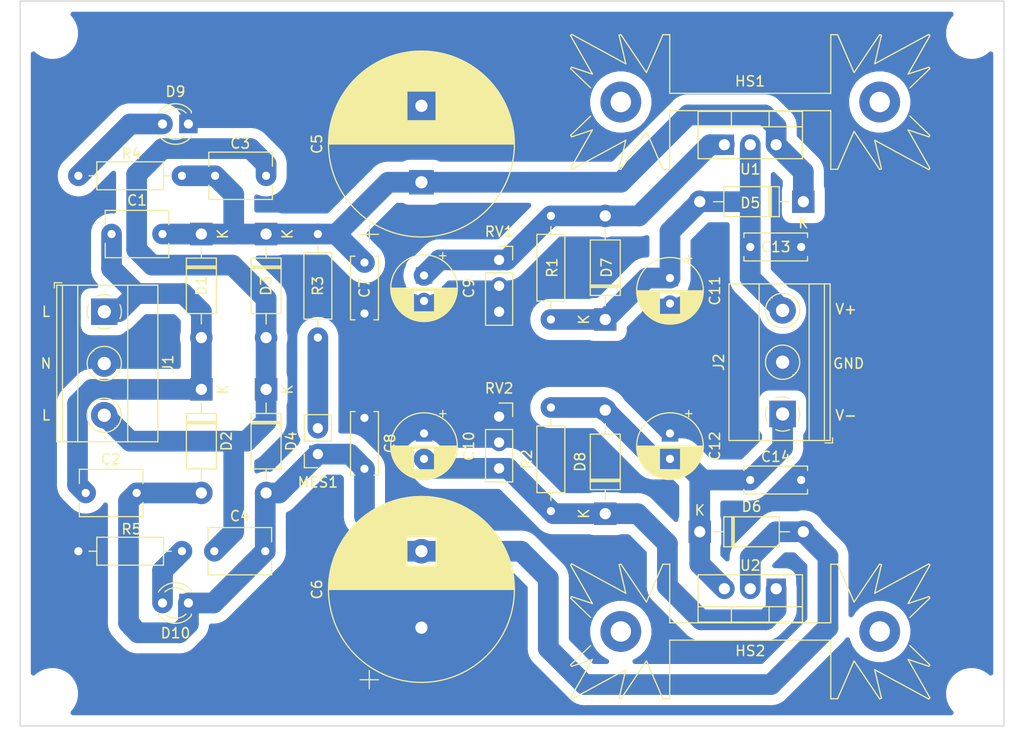
<source format=kicad_pcb>
(kicad_pcb (version 20171130) (host pcbnew 5.1.6)
  (title_block (title "Dual-voltage adjustable power supply") (date 2020-10-12) (rev v02) (comment 2 creativecommons.org/licenses/by/4.0/) (comment 3 "License: CC BY 4.0") (comment 4 "Author: Bruno Alonso Leon Alata"))
  (layers (0 F.Cu signal) (31 B.Cu signal) (34 B.Paste user) (35 F.Paste user) (36 B.SilkS user) (37 F.SilkS user) (38 B.Mask user) (39 F.Mask user) (44 Edge.Cuts user))
  (net 0 "")
  (net 1 "Net-(C1-Pad2)")
  (net 2 "Net-(C1-Pad1)")
  (net 3 "Net-(C2-Pad1)")
  (net 4 "Net-(C3-Pad1)")
  (net 5 GND)
  (net 6 "Net-(C9-Pad1)")
  (net 7 "Net-(C10-Pad2)")
  (net 8 "Net-(C11-Pad1)")
  (net 9 "Net-(C12-Pad2)")
  (net 10 "Net-(D9-Pad2)")
  (net 11 "Net-(D10-Pad2)")
  (net 12 "Net-(MES1-Pad2)")
  (module MountingHole:MountingHole_3mm (layer F.Cu) (at 90.805 61.595)
    (fp_text reference H1 hide)
    (fp_text value MountingHole)
    (pad 1 np_thru_hole circle (at 0 0) (size 3 3) (drill 3) (layers *.Cu *.Mask))
  )
  (module Capacitor_THT:C_Disc_D6.0mm_W2.5mm_P5.00mm (layer F.Cu) (at 164.258 105.41 180)
    (fp_text reference C14 (at 2.5 2.286) (layer F.SilkS))
    (fp_text value 104)
    (pad 2 thru_hole circle (at 5 0 180) (size 1.6 1.6) (drill 0.8) (layers *.Cu *.Mask) (net 9 "Net-(C12-Pad2)"))
    (pad 1 thru_hole circle (at 0 0 180) (size 1.6 1.6) (drill 0.8) (layers *.Cu *.Mask) (net 5 GND))
  )
  (module Capacitor_THT:C_Disc_D6.0mm_W2.5mm_P5.00mm (layer F.Cu) (at 159.258 82.55)
    (fp_text reference C13 (at 2.5 0) (layer F.SilkS))
    (fp_text value 104)
    (pad 2 thru_hole circle (at 5 0) (size 1.6 1.6) (drill 0.8) (layers *.Cu *.Mask) (net 5 GND))
    (pad 1 thru_hole circle (at 0 0) (size 1.6 1.6) (drill 0.8) (layers *.Cu *.Mask) (net 8 "Net-(C11-Pad1)"))
  )
  (module MountingHole:MountingHole_3mm (layer F.Cu) (at 180.975 126.365)
    (fp_text reference H4 hide)
    (fp_text value MountingHole)
    (pad 1 np_thru_hole circle (at 0 0) (size 3 3) (drill 3) (layers *.Cu *.Mask))
  )
  (module MountingHole:MountingHole_3mm (layer F.Cu) (at 90.805 126.365)
    (fp_text reference H3 hide)
    (fp_text value MountingHole)
    (pad 1 np_thru_hole circle (at 0 0) (size 3 3) (drill 3) (layers *.Cu *.Mask))
  )
  (module MountingHole:MountingHole_3mm (layer F.Cu) (at 180.975 61.595)
    (fp_text reference H2 hide)
    (fp_text value MountingHole)
    (pad 1 np_thru_hole circle (at 0 0) (size 3 3) (drill 3) (layers *.Cu *.Mask))
  )
  (module Heatsink:Heatsink_Fischer_SK104-STC-STIC_35x13mm_2xDrill2.5mm (layer F.Cu) (at 159.258 120.269)
    (fp_text reference HS2 (at 0 1.905) (layer F.SilkS))
    (fp_text value Heatsink)
    (pad 1 thru_hole circle (at -12.7 0 180) (size 4 4) (drill 2) (layers *.Cu *.Mask))
    (pad 1 thru_hole circle (at 12.7 0) (size 4 4) (drill 2) (layers *.Cu *.Mask))
  )
  (module TerminalBlock_Phoenix:TerminalBlock_Phoenix_MKDS-1,5-3-5.08_1x03_P5.08mm_Horizontal (layer F.Cu) (at 162.433 98.933 90)
    (fp_text reference J2 (at 5.08 -6.26 90) (layer F.SilkS))
    (fp_text value OUTPUT)
    (pad 3 thru_hole circle (at 10.16 0 90) (size 2.6 2.6) (drill 1.3) (layers *.Cu *.Mask) (net 8 "Net-(C11-Pad1)"))
    (pad 2 thru_hole circle (at 5.08 0 90) (size 2.6 2.6) (drill 1.3) (layers *.Cu *.Mask) (net 5 GND))
    (pad 1 thru_hole rect (at 0 0 90) (size 2.6 2.6) (drill 1.3) (layers *.Cu *.Mask) (net 9 "Net-(C12-Pad2)"))
  )
  (module TerminalBlock_Phoenix:TerminalBlock_Phoenix_MKDS-1,5-3-5.08_1x03_P5.08mm_Horizontal (layer F.Cu) (at 95.885 88.9 270)
    (fp_text reference J1 (at 5.08 -6.26 90) (layer F.SilkS))
    (fp_text value POWER)
    (pad 3 thru_hole circle (at 10.16 0 270) (size 2.6 2.6) (drill 1.3) (layers *.Cu *.Mask) (net 4 "Net-(C3-Pad1)"))
    (pad 2 thru_hole circle (at 5.08 0 270) (size 2.6 2.6) (drill 1.3) (layers *.Cu *.Mask) (net 5 GND))
    (pad 1 thru_hole rect (at 0 0 270) (size 2.6 2.6) (drill 1.3) (layers *.Cu *.Mask) (net 1 "Net-(C1-Pad2)"))
  )
  (module Package_TO_SOT_THT:TO-220-3_Vertical (layer F.Cu) (at 161.798 116.078 180)
    (fp_text reference U2 (at 2.54 2.286) (layer F.SilkS))
    (fp_text value LM337)
    (pad 3 thru_hole oval (at 5.08 0 180) (size 1.905 2) (drill 1.1) (layers *.Cu *.Mask) (net 9 "Net-(C12-Pad2)"))
    (pad 2 thru_hole oval (at 2.54 0 180) (size 1.905 2) (drill 1.1) (layers *.Cu *.Mask) (net 3 "Net-(C2-Pad1)"))
    (pad 1 thru_hole rect (at 0 0 180) (size 1.905 2) (drill 1.1) (layers *.Cu *.Mask) (net 7 "Net-(C10-Pad2)"))
  )
  (module Package_TO_SOT_THT:TO-220-3_Vertical (layer F.Cu) (at 156.718 72.517)
    (fp_text reference U1 (at 2.54 2.413) (layer F.SilkS))
    (fp_text value LM317)
    (pad 3 thru_hole oval (at 5.08 0) (size 1.905 2) (drill 1.1) (layers *.Cu *.Mask) (net 2 "Net-(C1-Pad1)"))
    (pad 2 thru_hole oval (at 2.54 0) (size 1.905 2) (drill 1.1) (layers *.Cu *.Mask) (net 8 "Net-(C11-Pad1)"))
    (pad 1 thru_hole rect (at 0 0) (size 1.905 2) (drill 1.1) (layers *.Cu *.Mask) (net 6 "Net-(C9-Pad1)"))
  )
  (module Connector_PinSocket_2.54mm:PinSocket_1x03_P2.54mm_Vertical (layer F.Cu) (at 134.62 99.187)
    (fp_text reference RV2 (at 0 -2.77) (layer F.SilkS))
    (fp_text value 5K)
    (pad 3 thru_hole oval (at 0 5.08) (size 1.7 1.7) (drill 1) (layers *.Cu *.Mask) (net 7 "Net-(C10-Pad2)"))
    (pad 2 thru_hole oval (at 0 2.54) (size 1.7 1.7) (drill 1) (layers *.Cu *.Mask) (net 5 GND))
    (pad 1 thru_hole rect (at 0 0) (size 1.7 1.7) (drill 1) (layers *.Cu *.Mask) (net 5 GND))
  )
  (module Connector_PinSocket_2.54mm:PinSocket_1x03_P2.54mm_Vertical (layer F.Cu) (at 134.62 83.82)
    (fp_text reference RV1 (at 0 -2.77) (layer F.SilkS))
    (fp_text value 5K)
    (pad 3 thru_hole oval (at 0 5.08) (size 1.7 1.7) (drill 1) (layers *.Cu *.Mask) (net 5 GND))
    (pad 2 thru_hole oval (at 0 2.54) (size 1.7 1.7) (drill 1) (layers *.Cu *.Mask) (net 5 GND))
    (pad 1 thru_hole rect (at 0 0) (size 1.7 1.7) (drill 1) (layers *.Cu *.Mask) (net 6 "Net-(C9-Pad1)"))
  )
  (module Resistor_THT:R_Axial_DIN0207_L6.3mm_D2.5mm_P10.16mm_Horizontal (layer F.Cu) (at 93.345 112.395)
    (fp_text reference R5 (at 5.207 -2.159) (layer F.SilkS))
    (fp_text value 1K8)
    (pad 2 thru_hole oval (at 10.16 0) (size 1.6 1.6) (drill 0.8) (layers *.Cu *.Mask) (net 11 "Net-(D10-Pad2)"))
    (pad 1 thru_hole circle (at 0 0) (size 1.6 1.6) (drill 0.8) (layers *.Cu *.Mask) (net 5 GND))
  )
  (module Resistor_THT:R_Axial_DIN0207_L6.3mm_D2.5mm_P10.16mm_Horizontal (layer F.Cu) (at 103.505 75.565 180)
    (fp_text reference R4 (at 4.953 2.159) (layer F.SilkS))
    (fp_text value 1K8)
    (pad 2 thru_hole oval (at 10.16 0 180) (size 1.6 1.6) (drill 0.8) (layers *.Cu *.Mask) (net 10 "Net-(D9-Pad2)"))
    (pad 1 thru_hole circle (at 0 0 180) (size 1.6 1.6) (drill 0.8) (layers *.Cu *.Mask) (net 2 "Net-(C1-Pad1)"))
  )
  (module Resistor_THT:R_Axial_DIN0207_L6.3mm_D2.5mm_P10.16mm_Horizontal (layer F.Cu) (at 116.84 81.28 270)
    (fp_text reference R3 (at 5.08 0 90) (layer F.SilkS))
    (fp_text value 3K9)
    (pad 2 thru_hole oval (at 10.16 0 270) (size 1.6 1.6) (drill 0.8) (layers *.Cu *.Mask) (net 12 "Net-(MES1-Pad2)"))
    (pad 1 thru_hole circle (at 0 0 270) (size 1.6 1.6) (drill 0.8) (layers *.Cu *.Mask) (net 2 "Net-(C1-Pad1)"))
  )
  (module Resistor_THT:R_Axial_DIN0207_L6.3mm_D2.5mm_P10.16mm_Horizontal (layer F.Cu) (at 139.7 108.458 90)
    (fp_text reference R2 (at 5.08 -2.37 90) (layer F.SilkS))
    (fp_text value 220)
    (pad 2 thru_hole oval (at 10.16 0 90) (size 1.6 1.6) (drill 0.8) (layers *.Cu *.Mask) (net 9 "Net-(C12-Pad2)"))
    (pad 1 thru_hole circle (at 0 0 90) (size 1.6 1.6) (drill 0.8) (layers *.Cu *.Mask) (net 7 "Net-(C10-Pad2)"))
  )
  (module Resistor_THT:R_Axial_DIN0207_L6.3mm_D2.5mm_P10.16mm_Horizontal (layer F.Cu) (at 139.7 89.662 90)
    (fp_text reference R1 (at 5.08 0.127 90) (layer F.SilkS))
    (fp_text value 220)
    (pad 2 thru_hole oval (at 10.16 0 90) (size 1.6 1.6) (drill 0.8) (layers *.Cu *.Mask) (net 6 "Net-(C9-Pad1)"))
    (pad 1 thru_hole circle (at 0 0 90) (size 1.6 1.6) (drill 0.8) (layers *.Cu *.Mask) (net 8 "Net-(C11-Pad1)"))
  )
  (module Connector_PinSocket_2.54mm:PinSocket_1x02_P2.54mm_Vertical (layer F.Cu) (at 116.84 102.87 180)
    (fp_text reference MES1 (at 0 -2.77) (layer F.SilkS))
    (fp_text value Voltmeter_DC)
    (pad 2 thru_hole oval (at 0 2.54 180) (size 1.7 1.7) (drill 1) (layers *.Cu *.Mask) (net 12 "Net-(MES1-Pad2)"))
    (pad 1 thru_hole rect (at 0 0 180) (size 1.7 1.7) (drill 1) (layers *.Cu *.Mask) (net 3 "Net-(C2-Pad1)"))
  )
  (module Heatsink:Heatsink_Fischer_SK104-STC-STIC_35x13mm_2xDrill2.5mm (layer F.Cu) (at 159.258 68.326)
    (fp_text reference HS1 (at -0.025 -2.032) (layer F.SilkS))
    (fp_text value Heatsink)
    (pad 1 thru_hole circle (at -12.7 0 180) (size 4 4) (drill 2) (layers *.Cu *.Mask))
    (pad 1 thru_hole circle (at 12.7 0) (size 4 4) (drill 2) (layers *.Cu *.Mask))
  )
  (module LED_THT:LED_D3.0mm (layer F.Cu) (at 104.14 117.475 180)
    (fp_text reference D10 (at 1.27 -2.96) (layer F.SilkS))
    (fp_text value LED)
    (pad 2 thru_hole circle (at 2.54 0 180) (size 1.8 1.8) (drill 0.9) (layers *.Cu *.Mask) (net 11 "Net-(D10-Pad2)"))
    (pad 1 thru_hole rect (at 0 0 180) (size 1.8 1.8) (drill 0.9) (layers *.Cu *.Mask) (net 3 "Net-(C2-Pad1)"))
  )
  (module LED_THT:LED_D3.0mm (layer F.Cu) (at 104.14 70.485 180)
    (fp_text reference D9 (at 1.27 3.175) (layer F.SilkS))
    (fp_text value LED)
    (pad 2 thru_hole circle (at 2.54 0 180) (size 1.8 1.8) (drill 0.9) (layers *.Cu *.Mask) (net 10 "Net-(D9-Pad2)"))
    (pad 1 thru_hole rect (at 0 0 180) (size 1.8 1.8) (drill 0.9) (layers *.Cu *.Mask) (net 5 GND))
  )
  (module Diode_THT:D_DO-41_SOD81_P10.16mm_Horizontal (layer F.Cu) (at 145.034 108.712 90)
    (fp_text reference D8 (at 5.08 -2.47 90) (layer F.SilkS))
    (fp_text value 1N4007)
    (fp_text user K (at 0 -2.1 90) (layer F.SilkS))
    (pad 2 thru_hole oval (at 10.16 0 90) (size 2.2 2.2) (drill 1.1) (layers *.Cu *.Mask) (net 9 "Net-(C12-Pad2)"))
    (pad 1 thru_hole rect (at 0 0 90) (size 2.2 2.2) (drill 1.1) (layers *.Cu *.Mask) (net 7 "Net-(C10-Pad2)"))
  )
  (module Diode_THT:D_DO-41_SOD81_P10.16mm_Horizontal (layer F.Cu) (at 145.034 89.662 90)
    (fp_text reference D7 (at 5.08 0.127 90) (layer F.SilkS))
    (fp_text value 1N4007)
    (fp_text user K (at 0 -2.1 90) (layer F.SilkS))
    (pad 2 thru_hole oval (at 10.16 0 90) (size 2.2 2.2) (drill 1.1) (layers *.Cu *.Mask) (net 6 "Net-(C9-Pad1)"))
    (pad 1 thru_hole rect (at 0 0 90) (size 2.2 2.2) (drill 1.1) (layers *.Cu *.Mask) (net 8 "Net-(C11-Pad1)"))
  )
  (module Diode_THT:D_DO-41_SOD81_P10.16mm_Horizontal (layer F.Cu) (at 154.305 110.49)
    (fp_text reference D6 (at 5.08 -2.47) (layer F.SilkS))
    (fp_text value 1N4007)
    (fp_text user K (at 0 -2.1) (layer F.SilkS))
    (pad 2 thru_hole oval (at 10.16 0) (size 2.2 2.2) (drill 1.1) (layers *.Cu *.Mask) (net 3 "Net-(C2-Pad1)"))
    (pad 1 thru_hole rect (at 0 0) (size 2.2 2.2) (drill 1.1) (layers *.Cu *.Mask) (net 9 "Net-(C12-Pad2)"))
  )
  (module Diode_THT:D_DO-41_SOD81_P10.16mm_Horizontal (layer F.Cu) (at 164.465 78.105 180)
    (fp_text reference D5 (at 5.207 -0.127) (layer F.SilkS))
    (fp_text value 1N4007)
    (fp_text user K (at 0 -2.1) (layer F.SilkS))
    (pad 2 thru_hole oval (at 10.16 0 180) (size 2.2 2.2) (drill 1.1) (layers *.Cu *.Mask) (net 8 "Net-(C11-Pad1)"))
    (pad 1 thru_hole rect (at 0 0 180) (size 2.2 2.2) (drill 1.1) (layers *.Cu *.Mask) (net 2 "Net-(C1-Pad1)"))
  )
  (module Diode_THT:D_DO-41_SOD81_P10.16mm_Horizontal (layer F.Cu) (at 111.76 96.52 270)
    (fp_text reference D4 (at 5.08 -2.47 90) (layer F.SilkS))
    (fp_text value 1N4007)
    (fp_text user K (at 0 -2.1 90) (layer F.SilkS))
    (pad 2 thru_hole oval (at 10.16 0 270) (size 2.2 2.2) (drill 1.1) (layers *.Cu *.Mask) (net 3 "Net-(C2-Pad1)"))
    (pad 1 thru_hole rect (at 0 0 270) (size 2.2 2.2) (drill 1.1) (layers *.Cu *.Mask) (net 4 "Net-(C3-Pad1)"))
  )
  (module Diode_THT:D_DO-41_SOD81_P10.16mm_Horizontal (layer F.Cu) (at 111.76 81.28 270)
    (fp_text reference D3 (at 5.08 0 90) (layer F.SilkS))
    (fp_text value 1N4007)
    (fp_text user K (at 0 -2.1 90) (layer F.SilkS))
    (pad 2 thru_hole oval (at 10.16 0 270) (size 2.2 2.2) (drill 1.1) (layers *.Cu *.Mask) (net 4 "Net-(C3-Pad1)"))
    (pad 1 thru_hole rect (at 0 0 270) (size 2.2 2.2) (drill 1.1) (layers *.Cu *.Mask) (net 2 "Net-(C1-Pad1)"))
  )
  (module Diode_THT:D_DO-41_SOD81_P10.16mm_Horizontal (layer F.Cu) (at 105.41 96.52 270)
    (fp_text reference D2 (at 5.08 -2.47 90) (layer F.SilkS))
    (fp_text value 1N4007)
    (fp_text user K (at 0 -2.1 90) (layer F.SilkS))
    (pad 2 thru_hole oval (at 10.16 0 270) (size 2.2 2.2) (drill 1.1) (layers *.Cu *.Mask) (net 3 "Net-(C2-Pad1)"))
    (pad 1 thru_hole rect (at 0 0 270) (size 2.2 2.2) (drill 1.1) (layers *.Cu *.Mask) (net 1 "Net-(C1-Pad2)"))
  )
  (module Diode_THT:D_DO-41_SOD81_P10.16mm_Horizontal (layer F.Cu) (at 105.41 81.28 270)
    (fp_text reference D1 (at 5.08 0 90) (layer F.SilkS))
    (fp_text value 1N4007)
    (fp_text user K (at 0 -2.1 90) (layer F.SilkS))
    (pad 2 thru_hole oval (at 10.16 0 270) (size 2.2 2.2) (drill 1.1) (layers *.Cu *.Mask) (net 1 "Net-(C1-Pad2)"))
    (pad 1 thru_hole rect (at 0 0 270) (size 2.2 2.2) (drill 1.1) (layers *.Cu *.Mask) (net 2 "Net-(C1-Pad1)"))
  )
  (module Capacitor_THT:CP_Radial_D6.3mm_P2.50mm (layer F.Cu) (at 151.384 100.838 270)
    (fp_text reference C12 (at 1.25 -4.4 90) (layer F.SilkS))
    (fp_text value 100u)
    (pad 2 thru_hole circle (at 2.5 0 270) (size 1.6 1.6) (drill 0.8) (layers *.Cu *.Mask) (net 9 "Net-(C12-Pad2)"))
    (pad 1 thru_hole rect (at 0 0 270) (size 1.6 1.6) (drill 0.8) (layers *.Cu *.Mask) (net 5 GND))
  )
  (module Capacitor_THT:CP_Radial_D6.3mm_P2.50mm (layer F.Cu) (at 151.384 85.598 270)
    (fp_text reference C11 (at 1.25 -4.4 90) (layer F.SilkS))
    (fp_text value 100u)
    (pad 2 thru_hole circle (at 2.5 0 270) (size 1.6 1.6) (drill 0.8) (layers *.Cu *.Mask) (net 5 GND))
    (pad 1 thru_hole rect (at 0 0 270) (size 1.6 1.6) (drill 0.8) (layers *.Cu *.Mask) (net 8 "Net-(C11-Pad1)"))
  )
  (module Capacitor_THT:CP_Radial_D6.3mm_P2.50mm (layer F.Cu) (at 127.254 100.838 270)
    (fp_text reference C10 (at 1.25 -4.4 90) (layer F.SilkS))
    (fp_text value 100u)
    (pad 2 thru_hole circle (at 2.5 0 270) (size 1.6 1.6) (drill 0.8) (layers *.Cu *.Mask) (net 7 "Net-(C10-Pad2)"))
    (pad 1 thru_hole rect (at 0 0 270) (size 1.6 1.6) (drill 0.8) (layers *.Cu *.Mask) (net 5 GND))
  )
  (module Capacitor_THT:CP_Radial_D6.3mm_P2.50mm (layer F.Cu) (at 127.254 85.344 270)
    (fp_text reference C9 (at 1.25 -4.4 90) (layer F.SilkS))
    (fp_text value 100u)
    (pad 2 thru_hole circle (at 2.5 0 270) (size 1.6 1.6) (drill 0.8) (layers *.Cu *.Mask) (net 5 GND))
    (pad 1 thru_hole rect (at 0 0 270) (size 1.6 1.6) (drill 0.8) (layers *.Cu *.Mask) (net 6 "Net-(C9-Pad1)"))
  )
  (module Capacitor_THT:C_Disc_D6.0mm_W2.5mm_P5.00mm (layer F.Cu) (at 121.412 99.314 270)
    (fp_text reference C8 (at 2.5 -2.5 90) (layer F.SilkS))
    (fp_text value 104)
    (pad 2 thru_hole circle (at 5 0 270) (size 1.6 1.6) (drill 0.8) (layers *.Cu *.Mask) (net 3 "Net-(C2-Pad1)"))
    (pad 1 thru_hole circle (at 0 0 270) (size 1.6 1.6) (drill 0.8) (layers *.Cu *.Mask) (net 5 GND))
  )
  (module Capacitor_THT:C_Disc_D6.0mm_W2.5mm_P5.00mm (layer F.Cu) (at 121.412 84.074 270)
    (fp_text reference C7 (at 2.5 0 90) (layer F.SilkS))
    (fp_text value 104)
    (pad 2 thru_hole circle (at 5 0 270) (size 1.6 1.6) (drill 0.8) (layers *.Cu *.Mask) (net 5 GND))
    (pad 1 thru_hole circle (at 0 0 270) (size 1.6 1.6) (drill 0.8) (layers *.Cu *.Mask) (net 2 "Net-(C1-Pad1)"))
  )
  (module Capacitor_THT:CP_Radial_D18.0mm_P7.50mm (layer F.Cu) (at 127 119.895 90)
    (fp_text reference C6 (at 3.75 -10.25 90) (layer F.SilkS))
    (fp_text value 2200u)
    (pad 2 thru_hole circle (at 7.5 0 90) (size 2.4 2.4) (drill 1.2) (layers *.Cu *.Mask) (net 3 "Net-(C2-Pad1)"))
    (pad 1 thru_hole rect (at 0 0 90) (size 2.4 2.4) (drill 1.2) (layers *.Cu *.Mask) (net 5 GND))
  )
  (module Capacitor_THT:CP_Radial_D18.0mm_P7.50mm (layer F.Cu) (at 127 76.2 90)
    (fp_text reference C5 (at 3.75 -10.25 90) (layer F.SilkS))
    (fp_text value 2200u)
    (pad 2 thru_hole circle (at 7.5 0 90) (size 2.4 2.4) (drill 1.2) (layers *.Cu *.Mask) (net 5 GND))
    (pad 1 thru_hole rect (at 0 0 90) (size 2.4 2.4) (drill 1.2) (layers *.Cu *.Mask) (net 2 "Net-(C1-Pad1)"))
  )
  (module Capacitor_THT:C_Disc_D6.0mm_W4.4mm_P5.00mm (layer F.Cu) (at 106.68 112.395)
    (fp_text reference C4 (at 2.5 -3.45) (layer F.SilkS))
    (fp_text value 103)
    (pad 2 thru_hole circle (at 5 0) (size 1.6 1.6) (drill 0.8) (layers *.Cu *.Mask) (net 3 "Net-(C2-Pad1)"))
    (pad 1 thru_hole circle (at 0 0) (size 1.6 1.6) (drill 0.8) (layers *.Cu *.Mask) (net 4 "Net-(C3-Pad1)"))
  )
  (module Capacitor_THT:C_Disc_D6.0mm_W4.4mm_P5.00mm (layer F.Cu) (at 111.76 75.565 180)
    (fp_text reference C3 (at 2.54 3.175) (layer F.SilkS))
    (fp_text value 103)
    (pad 2 thru_hole circle (at 5 0 180) (size 1.6 1.6) (drill 0.8) (layers *.Cu *.Mask) (net 2 "Net-(C1-Pad1)"))
    (pad 1 thru_hole circle (at 0 0 180) (size 1.6 1.6) (drill 0.8) (layers *.Cu *.Mask) (net 4 "Net-(C3-Pad1)"))
  )
  (module Capacitor_THT:C_Disc_D6.0mm_W4.4mm_P5.00mm (layer F.Cu) (at 99.06 106.68 180)
    (fp_text reference C2 (at 2.54 3.302) (layer F.SilkS))
    (fp_text value 103)
    (pad 2 thru_hole circle (at 5 0 180) (size 1.6 1.6) (drill 0.8) (layers *.Cu *.Mask) (net 1 "Net-(C1-Pad2)"))
    (pad 1 thru_hole circle (at 0 0 180) (size 1.6 1.6) (drill 0.8) (layers *.Cu *.Mask) (net 3 "Net-(C2-Pad1)"))
  )
  (module Capacitor_THT:C_Disc_D6.0mm_W4.4mm_P5.00mm (layer F.Cu) (at 101.6 81.28 180)
    (fp_text reference C1 (at 2.5 3.302) (layer F.SilkS))
    (fp_text value 103)
    (pad 2 thru_hole circle (at 5 0 180) (size 1.6 1.6) (drill 0.8) (layers *.Cu *.Mask) (net 1 "Net-(C1-Pad2)"))
    (pad 1 thru_hole circle (at 0 0 180) (size 1.6 1.6) (drill 0.8) (layers *.Cu *.Mask) (net 2 "Net-(C1-Pad1)"))
  )
  (gr_text N (at 90.17 93.98) (layer F.SilkS) (effects (font (size 1 1))))
  (gr_text L (at 90.17 99.06) (layer F.SilkS) (effects (font (size 1 1))))
  (gr_text L (at 90.17 88.9) (layer F.SilkS) (effects (font (size 1 1))))
  (gr_text GND (at 168.91 93.98) (layer F.SilkS) (effects (font (size 1 1))))
  (gr_text V- (at 168.656 99.06) (layer F.SilkS) (effects (font (size 1 1))))
  (gr_text V+ (at 168.656 88.646) (layer F.SilkS) (effects (font (size 1 1))))
  (gr_line (start 184.15 58.42) (end 184.15 129.54) (layer Edge.Cuts) (width 0.1))
  (gr_line (start 87.63 58.42) (end 184.15 58.42) (layer Edge.Cuts) (width 0.1))
  (gr_line (start 87.63 129.54) (end 87.63 58.42) (layer Edge.Cuts) (width 0.1))
  (gr_line (start 184.15 129.54) (end 87.63 129.54) (layer Edge.Cuts) (width 0.1))
  (segment (start 105.41 91.44) (end 105.41 96.52) (width 2.032) (layer B.Cu) (net 1))
  (segment (start 93.260001 105.880001) (end 94.06 106.68) (width 2.032) (layer B.Cu) (net 1))
  (segment (start 93.260001 97.935662) (end 93.260001 105.880001) (width 2.032) (layer B.Cu) (net 1))
  (segment (start 94.675663 96.52) (end 93.260001 97.935662) (width 2.032) (layer B.Cu) (net 1))
  (segment (start 105.41 96.52) (end 94.675663 96.52) (width 2.032) (layer B.Cu) (net 1))
  (segment (start 105.41 91.44) (end 105.41 88.9) (width 2.032) (layer B.Cu) (net 1))
  (segment (start 105.41 88.9) (end 103.632 87.122) (width 2.032) (layer B.Cu) (net 1))
  (segment (start 103.632 87.122) (end 99.06 87.122) (width 2.032) (layer B.Cu) (net 1))
  (segment (start 96.6 84.662) (end 96.6 81.28) (width 2.032) (layer B.Cu) (net 1))
  (segment (start 99.06 87.122) (end 96.6 84.662) (width 2.032) (layer B.Cu) (net 1))
  (segment (start 97.282 88.9) (end 99.06 87.122) (width 2.032) (layer B.Cu) (net 1))
  (segment (start 95.885 88.9) (end 97.282 88.9) (width 2.032) (layer B.Cu) (net 1))
  (segment (start 116.84 81.28) (end 111.76 81.28) (width 2.032) (layer B.Cu) (net 2))
  (segment (start 101.6 81.28) (end 105.41 81.28) (width 2.032) (layer B.Cu) (net 2))
  (segment (start 118.618 81.28) (end 121.412 84.074) (width 2.032) (layer B.Cu) (net 2))
  (segment (start 116.84 81.28) (end 118.618 81.28) (width 2.032) (layer B.Cu) (net 2))
  (segment (start 118.653333 81.28) (end 118.618 81.28) (width 2.032) (layer B.Cu) (net 2))
  (segment (start 123.733333 76.2) (end 118.653333 81.28) (width 2.032) (layer B.Cu) (net 2))
  (segment (start 127 76.2) (end 123.733333 76.2) (width 2.032) (layer B.Cu) (net 2))
  (segment (start 164.465 75.184) (end 161.798 72.517) (width 2.032) (layer B.Cu) (net 2))
  (segment (start 164.465 78.105) (end 164.465 75.184) (width 2.032) (layer B.Cu) (net 2))
  (segment (start 106.76 75.565) (end 103.505 75.565) (width 2.032) (layer B.Cu) (net 2))
  (segment (start 146.558 76.2) (end 127 76.2) (width 2.032) (layer B.Cu) (net 2))
  (segment (start 153.162 69.596) (end 146.558 76.2) (width 2.032) (layer B.Cu) (net 2))
  (segment (start 160.655 69.596) (end 153.162 69.596) (width 2.032) (layer B.Cu) (net 2))
  (segment (start 161.798 72.517) (end 161.798 70.739) (width 2.032) (layer B.Cu) (net 2))
  (segment (start 161.798 70.739) (end 160.655 69.596) (width 2.032) (layer B.Cu) (net 2))
  (segment (start 108.585 77.39) (end 108.585 81.28) (width 2.032) (layer B.Cu) (net 2))
  (segment (start 106.76 75.565) (end 108.585 77.39) (width 2.032) (layer B.Cu) (net 2))
  (segment (start 105.41 81.28) (end 108.585 81.28) (width 2.032) (layer B.Cu) (net 2))
  (segment (start 108.585 81.28) (end 111.76 81.28) (width 2.032) (layer B.Cu) (net 2))
  (segment (start 113.03 106.68) (end 116.84 102.87) (width 2.032) (layer B.Cu) (net 3))
  (segment (start 111.76 106.68) (end 113.03 106.68) (width 2.032) (layer B.Cu) (net 3))
  (segment (start 106.6 117.475) (end 111.68 112.395) (width 2.032) (layer B.Cu) (net 3))
  (segment (start 119.968 102.87) (end 121.412 104.314) (width 2.032) (layer B.Cu) (net 3))
  (segment (start 116.84 102.87) (end 119.968 102.87) (width 2.032) (layer B.Cu) (net 3))
  (segment (start 162.909366 110.49) (end 164.465 110.49) (width 2.032) (layer B.Cu) (net 3))
  (segment (start 161.779333 110.49) (end 162.909366 110.49) (width 2.032) (layer B.Cu) (net 3))
  (segment (start 159.258 113.011333) (end 161.779333 110.49) (width 2.032) (layer B.Cu) (net 3))
  (segment (start 159.258 116.078) (end 159.258 113.011333) (width 2.032) (layer B.Cu) (net 3))
  (segment (start 127 112.395) (end 124.841 112.395) (width 2.032) (layer B.Cu) (net 3))
  (segment (start 121.412 108.966) (end 121.412 104.314) (width 2.032) (layer B.Cu) (net 3))
  (segment (start 124.841 112.395) (end 121.412 108.966) (width 2.032) (layer B.Cu) (net 3))
  (segment (start 111.68 106.76) (end 111.76 106.68) (width 2.032) (layer B.Cu) (net 3))
  (segment (start 111.68 112.395) (end 111.68 106.76) (width 2.032) (layer B.Cu) (net 3))
  (segment (start 104.14 117.475) (end 106.6 117.475) (width 2.032) (layer B.Cu) (net 3))
  (segment (start 98.260001 107.479999) (end 98.260001 119.417999) (width 2.032) (layer B.Cu) (net 3))
  (segment (start 99.06 106.68) (end 98.260001 107.479999) (width 2.032) (layer B.Cu) (net 3))
  (segment (start 98.583678 119.741676) (end 98.583678 119.792678) (width 2.032) (layer B.Cu) (net 3))
  (segment (start 98.260001 119.417999) (end 98.583678 119.741676) (width 2.032) (layer B.Cu) (net 3))
  (segment (start 98.583678 119.792678) (end 99.187 120.396) (width 2.032) (layer B.Cu) (net 3))
  (segment (start 99.187 120.396) (end 103.251 120.396) (width 2.032) (layer B.Cu) (net 3))
  (segment (start 104.14 119.507) (end 104.14 117.475) (width 2.032) (layer B.Cu) (net 3))
  (segment (start 103.251 120.396) (end 104.14 119.507) (width 2.032) (layer B.Cu) (net 3))
  (segment (start 136.779 112.395) (end 139.446 115.062) (width 2.032) (layer B.Cu) (net 3))
  (segment (start 127 112.395) (end 136.779 112.395) (width 2.032) (layer B.Cu) (net 3))
  (segment (start 139.446 121.92) (end 143.002 125.476) (width 2.032) (layer B.Cu) (net 3))
  (segment (start 139.446 115.062) (end 139.446 121.92) (width 2.032) (layer B.Cu) (net 3))
  (segment (start 143.002 125.476) (end 161.29 125.476) (width 2.032) (layer B.Cu) (net 3))
  (segment (start 161.29 125.476) (end 166.878 119.888) (width 2.032) (layer B.Cu) (net 3))
  (segment (start 166.878 112.903) (end 164.465 110.49) (width 2.032) (layer B.Cu) (net 3))
  (segment (start 166.878 119.888) (end 166.878 112.903) (width 2.032) (layer B.Cu) (net 3))
  (segment (start 99.06 106.68) (end 105.41 106.68) (width 2.032) (layer B.Cu) (net 3))
  (segment (start 111.76 91.44) (end 111.76 96.52) (width 2.032) (layer B.Cu) (net 4))
  (segment (start 95.885 99.06) (end 98.425 101.6) (width 2.032) (layer B.Cu) (net 4))
  (segment (start 111.76 99.686667) (end 111.76 96.52) (width 2.032) (layer B.Cu) (net 4))
  (segment (start 109.846667 101.6) (end 111.76 99.686667) (width 2.032) (layer B.Cu) (net 4))
  (segment (start 108.585 110.49) (end 108.585 101.6) (width 2.032) (layer B.Cu) (net 4))
  (segment (start 106.68 112.395) (end 108.585 110.49) (width 2.032) (layer B.Cu) (net 4))
  (segment (start 98.425 101.6) (end 108.585 101.6) (width 2.032) (layer B.Cu) (net 4))
  (segment (start 108.585 101.6) (end 109.846667 101.6) (width 2.032) (layer B.Cu) (net 4))
  (segment (start 111.76 74.43363) (end 111.76 75.565) (width 2.032) (layer B.Cu) (net 4))
  (segment (start 110.22437 72.898) (end 111.76 74.43363) (width 2.032) (layer B.Cu) (net 4))
  (segment (start 99.06 75.438) (end 101.6 72.898) (width 2.032) (layer B.Cu) (net 4))
  (segment (start 111.76 91.44) (end 111.76 87.63) (width 2.032) (layer B.Cu) (net 4))
  (segment (start 100.584 84.328) (end 99.06 82.804) (width 2.032) (layer B.Cu) (net 4))
  (segment (start 101.6 72.898) (end 110.22437 72.898) (width 2.032) (layer B.Cu) (net 4))
  (segment (start 111.76 87.63) (end 108.458 84.328) (width 2.032) (layer B.Cu) (net 4))
  (segment (start 108.458 84.328) (end 100.584 84.328) (width 2.032) (layer B.Cu) (net 4))
  (segment (start 99.06 82.804) (end 99.06 75.438) (width 2.032) (layer B.Cu) (net 4))
  (segment (start 128.778 83.82) (end 127.254 85.344) (width 2.032) (layer B.Cu) (net 6))
  (segment (start 134.62 83.82) (end 128.778 83.82) (width 2.032) (layer B.Cu) (net 6))
  (segment (start 145.034 79.502) (end 139.7 79.502) (width 2.032) (layer B.Cu) (net 6))
  (segment (start 135.382 83.82) (end 139.7 79.502) (width 2.032) (layer B.Cu) (net 6))
  (segment (start 134.62 83.82) (end 135.382 83.82) (width 2.032) (layer B.Cu) (net 6))
  (segment (start 155.321 72.517) (end 156.718 72.517) (width 2.032) (layer B.Cu) (net 6))
  (segment (start 145.034 79.502) (end 148.336 79.502) (width 2.032) (layer B.Cu) (net 6))
  (segment (start 148.336 79.502) (end 155.321 72.517) (width 2.032) (layer B.Cu) (net 6))
  (segment (start 128.183 104.267) (end 134.62 104.267) (width 2.032) (layer B.Cu) (net 7))
  (segment (start 127.254 103.338) (end 128.183 104.267) (width 2.032) (layer B.Cu) (net 7))
  (segment (start 135.509 104.267) (end 139.7 108.458) (width 2.032) (layer B.Cu) (net 7))
  (segment (start 134.62 104.267) (end 135.509 104.267) (width 2.032) (layer B.Cu) (net 7))
  (segment (start 139.954 108.712) (end 139.7 108.458) (width 2.032) (layer B.Cu) (net 7))
  (segment (start 145.034 108.712) (end 139.954 108.712) (width 2.032) (layer B.Cu) (net 7))
  (segment (start 148.200667 108.712) (end 151.13 111.641333) (width 2.032) (layer B.Cu) (net 7))
  (segment (start 145.034 108.712) (end 148.200667 108.712) (width 2.032) (layer B.Cu) (net 7))
  (segment (start 151.13 111.641333) (end 151.13 115.824) (width 2.032) (layer B.Cu) (net 7))
  (segment (start 151.13 115.824) (end 154.432 119.126) (width 2.032) (layer B.Cu) (net 7))
  (segment (start 154.432 119.126) (end 160.782 119.126) (width 2.032) (layer B.Cu) (net 7))
  (segment (start 161.798 118.11) (end 161.798 116.078) (width 2.032) (layer B.Cu) (net 7))
  (segment (start 160.782 119.126) (end 161.798 118.11) (width 2.032) (layer B.Cu) (net 7))
  (segment (start 151.384 81.026) (end 154.305 78.105) (width 2.032) (layer B.Cu) (net 8))
  (segment (start 151.384 85.598) (end 151.384 81.026) (width 2.032) (layer B.Cu) (net 8))
  (segment (start 159.131 78.105) (end 159.258 78.232) (width 2.032) (layer B.Cu) (net 8))
  (segment (start 159.258 72.517) (end 159.258 78.232) (width 2.032) (layer B.Cu) (net 8))
  (segment (start 154.305 78.105) (end 159.131 78.105) (width 2.032) (layer B.Cu) (net 8))
  (segment (start 159.258 78.232) (end 159.258 82.55) (width 2.032) (layer B.Cu) (net 8))
  (segment (start 159.258 85.598) (end 162.433 88.773) (width 2.032) (layer B.Cu) (net 8))
  (segment (start 159.258 82.55) (end 159.258 85.598) (width 2.032) (layer B.Cu) (net 8))
  (segment (start 139.7 89.662) (end 145.034 89.662) (width 2.032) (layer B.Cu) (net 8))
  (segment (start 149.098 85.598) (end 151.384 85.598) (width 2.032) (layer B.Cu) (net 8))
  (segment (start 145.034 89.662) (end 149.098 85.598) (width 2.032) (layer B.Cu) (net 8))
  (segment (start 154.305 113.665) (end 156.718 116.078) (width 2.032) (layer B.Cu) (net 9))
  (segment (start 154.305 110.49) (end 154.305 113.665) (width 2.032) (layer B.Cu) (net 9))
  (segment (start 154.305 110.49) (end 154.305 107.323333) (width 2.032) (layer B.Cu) (net 9))
  (segment (start 154.305 105.12763) (end 154.305 107.323333) (width 2.032) (layer B.Cu) (net 9))
  (segment (start 152.51537 103.338) (end 154.305 105.12763) (width 2.032) (layer B.Cu) (net 9))
  (segment (start 151.384 103.338) (end 152.51537 103.338) (width 2.032) (layer B.Cu) (net 9))
  (segment (start 154.58737 105.41) (end 154.305 105.12763) (width 2.032) (layer B.Cu) (net 9))
  (segment (start 159.258 105.41) (end 154.58737 105.41) (width 2.032) (layer B.Cu) (net 9))
  (segment (start 162.433 102.235) (end 159.258 105.41) (width 2.032) (layer B.Cu) (net 9))
  (segment (start 162.433 98.933) (end 162.433 102.235) (width 2.032) (layer B.Cu) (net 9))
  (segment (start 144.78 98.298) (end 145.034 98.552) (width 2.032) (layer B.Cu) (net 9))
  (segment (start 139.7 98.298) (end 144.78 98.298) (width 2.032) (layer B.Cu) (net 9))
  (segment (start 149.82 103.338) (end 145.034 98.552) (width 2.032) (layer B.Cu) (net 9))
  (segment (start 151.384 103.338) (end 149.82 103.338) (width 2.032) (layer B.Cu) (net 9))
  (segment (start 98.425 70.485) (end 93.345 75.565) (width 2.032) (layer B.Cu) (net 10))
  (segment (start 101.6 70.485) (end 98.425 70.485) (width 2.032) (layer B.Cu) (net 10))
  (segment (start 101.6 114.3) (end 103.505 112.395) (width 2.032) (layer B.Cu) (net 11))
  (segment (start 101.6 117.475) (end 101.6 114.3) (width 2.032) (layer B.Cu) (net 11))
  (segment (start 116.84 100.33) (end 116.84 91.44) (width 2.032) (layer B.Cu) (net 12))
  (zone (net 5) (net_name GND) (layer B.Cu) (connect_pads yes (clearance 1)) (min_thickness 0.5) (fill yes (arc_segments 32) (thermal_gap 0.508) (thermal_bridge_width 0.508) (smoothing fillet))
    (polygon (pts (xy 184.15 129.54) (xy 87.63 129.54) (xy 87.63 58.42) (xy 184.15 58.42)))
  )
)
</source>
